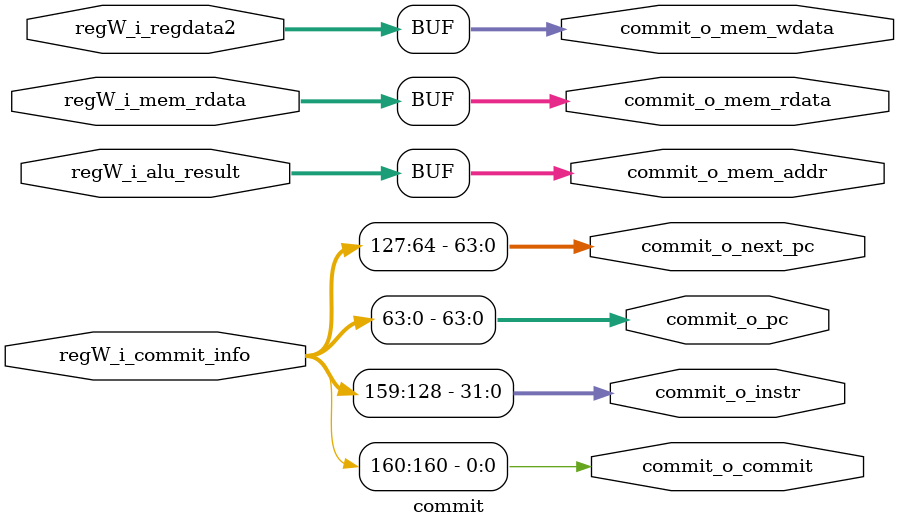
<source format=v>
module  commit(
    //input commit信息
    input wire [160:0] regW_i_commit_info,
    //input load & store信息
    input wire [63:0]  regW_i_regdata2,
    input wire [63:0]  regW_i_mem_rdata,
    input wire [63:0]  regW_i_alu_result,

    //output load&sotre信息
    output wire [63:0]  commit_o_mem_rdata,
    output wire [63:0]  commit_o_mem_wdata,
    output wire [63:0]  commit_o_mem_addr,
    //output commit信息
    output wire         commit_o_commit,
    output wire [31:0]  commit_o_instr,
    output wire [63:0]  commit_o_pc,
    output wire [63:0]  commit_o_next_pc
);

//load&store
assign commit_o_mem_addr  = regW_i_alu_result;
assign commit_o_mem_wdata = regW_i_regdata2;
assign commit_o_mem_rdata = regW_i_mem_rdata;
//instr
assign commit_o_commit    =  regW_i_commit_info[160];
assign commit_o_instr     =  regW_i_commit_info[159:128];
assign commit_o_next_pc   =  regW_i_commit_info[127:64];
assign commit_o_pc        =  regW_i_commit_info[63:0];


endmodule 


</source>
